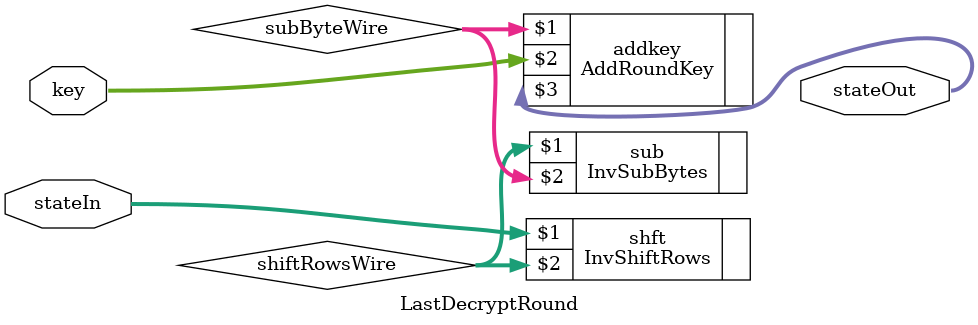
<source format=v>
module DecryptRound(stateIn, key, stateOut);
	input [127:0] stateIn;
	input [127:0] key;
	output [127:0] stateOut;

	wire [127:0] subByteWire;
	wire [127:0] shiftRowsWire;
	wire [127:0] afterRoundKey;

	InvShiftRows shft(stateIn, shiftRowsWire);	
	InvSubBytes sub(shiftRowsWire, subByteWire);
	AddRoundKey addkey(subByteWire, key, afterRoundKey);
	InvMixColumns mix(afterRoundKey, stateOut);	
endmodule 

module LastDecryptRound(stateIn, key, stateOut);
	input [127:0] stateIn;
	input [127:0] key;
	output [127:0] stateOut;

	wire [127:0] subByteWire;
	wire [127:0] shiftRowsWire;

	InvShiftRows shft(stateIn, shiftRowsWire);	
	InvSubBytes sub(shiftRowsWire, subByteWire);
	AddRoundKey addkey(subByteWire, key, stateOut);
endmodule 
</source>
